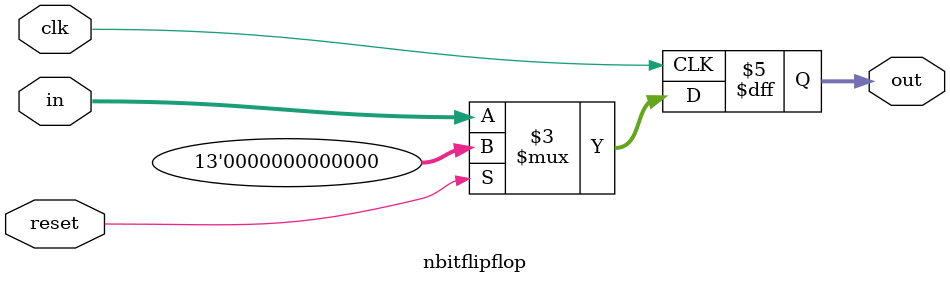
<source format=v>
`timescale 1ns / 1ps


module nbitflipflop #(parameter N=13)(input clk,input reset,input [N-1:0] in,output reg [N-1:0] out

    );
    always @(posedge clk) begin
     if (reset) begin
        out<=0;
     end
     else begin
       out<=in;
     end
   end
    
endmodule

</source>
